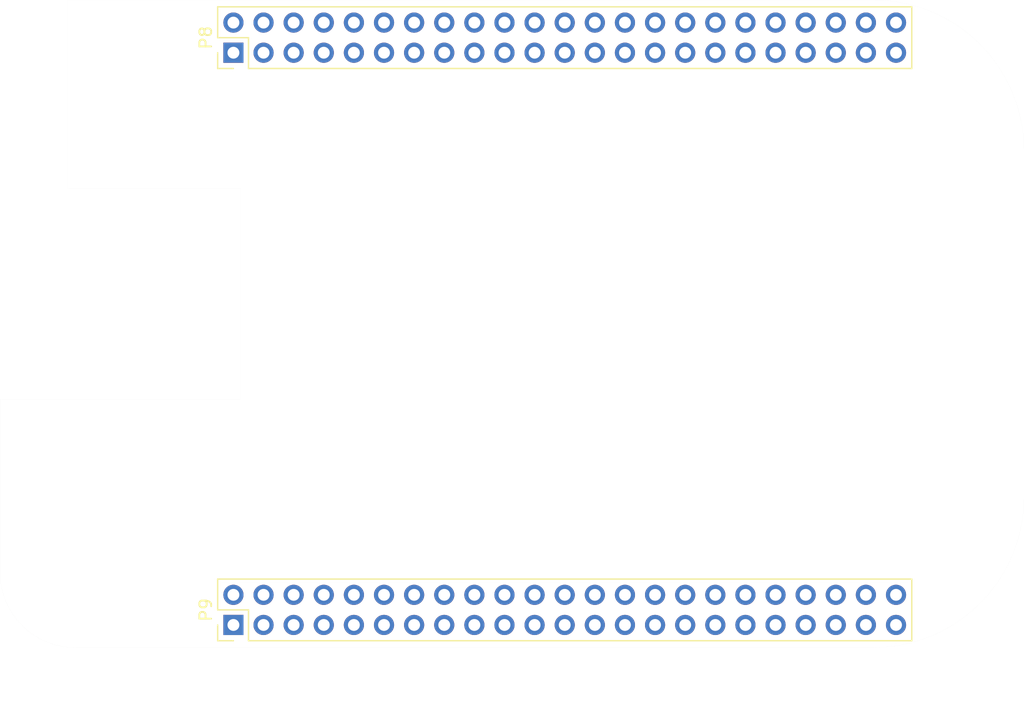
<source format=kicad_pcb>
(kicad_pcb (version 20221018) (generator pcbnew)
  (layers (0 "F.Cu" signal) (31 "B.Cu" signal) (34 "B.Paste" user) (35 "F.Paste" user) (36 "B.SilkS" user "B.Silkscreen") (37 "F.SilkS" user "F.Silkscreen") (38 "B.Mask" user) (39 "F.Mask" user) (44 "Edge.Cuts" user))
  (net 0 "")
  (net 1 "/SPI1.D0")
  (net 2 "/MMC1.DAT6")
  (net 3 "/MMC1.DAT7")
  (net 4 "/MMC1.DAT2")
  (net 5 "/MMC1.DAT3")
  (net 6 "/GPIO66")
  (net 7 "/GPIO67")
  (net 8 "/GPIO69")
  (net 9 "/GPIO68")
  (net 10 "/GPIO45")
  (net 11 "/GPIO44")
  (net 12 "/GPIO23")
  (net 13 "/GPIO26")
  (net 14 "/GPIO47")
  (net 15 "/GPIO46")
  (net 16 "/GPIO27")
  (net 17 "/LCD.AC_BIAS_E")
  (net 18 "/LCD.HSYNC")
  (net 19 "/GPIO65")
  (net 20 "/LCD.VSYNC")
  (net 21 "/LCD.PCLK")
  (net 22 "/GPIO22")
  (net 23 "/MMC1.DAT5")
  (net 24 "/MMC1.DAT4")
  (net 25 "/MMC1.DAT1")
  (net 26 "/MMC1.CLK")
  (net 27 "/MMC1.CMD")
  (net 28 "/MMC1.DAT0")
  (net 29 "/GPIO61")
  (net 30 "/LCD.DATA14")
  (net 31 "/LCD.DATA15")
  (net 32 "/LCD.DATA13")
  (net 33 "/LCD.DATA11")
  (net 34 "/LCD.DATA8")
  (net 35 "/LCD.DATA10")
  (net 36 "/LCD.DATA6")
  (net 37 "/LCD.DATA9")
  (net 38 "/LCD.DATA4")
  (net 39 "/LCD.DATA7")
  (net 40 "/LCD.DATA2")
  (net 41 "/LCD.DATA5")
  (net 42 "/LCD.DATA0")
  (net 43 "/LCD.DATA3")
  (net 44 "/LCD.DATA1")
  (net 45 "/GPIO30")
  (net 46 "/GPIO60")
  (net 47 "/GPIO31")
  (net 48 "/I2C2.SDA")
  (net 49 "/I2C2.SCL")
  (net 50 "GNDD")
  (net 51 "+3V3")
  (net 52 "+5V")
  (net 53 "/GPIO40")
  (net 54 "/GPIO48")
  (net 55 "/AIN1")
  (net 56 "/AIN0")
  (net 57 "/AIN3")
  (net 58 "/AIN2")
  (net 59 "/AIN5")
  (net 60 "/AIN6")
  (net 61 "GNDA")
  (net 62 "/AIN4")
  (net 63 "+1V8")
  (net 64 "/GPIO51")
  (net 65 "/GPIO4")
  (net 66 "/GPIO5")
  (net 67 "/GPIO3")
  (net 68 "/GPIO2")
  (net 69 "/GPIO49")
  (net 70 "/GPIO15")
  (net 71 "/GPIO117")
  (net 72 "/GPIO14")
  (net 73 "/GPIO125")
  (net 74 "/GPIO122")
  (net 75 "/GPIO20")
  (net 76 "/GPIO7")
  (net 77 "/~{SYS_RESET}")
  (net 78 "/PWR_BUT")
  (net 79 "VBUS")
  (net 80 "/SPI1.SCLK")
  (net 81 "/SPI1.CS0")
  (footprint "Connector_PinHeader_2.54mm:PinHeader_2x23_P2.54mm_Vertical" (layer "F.Cu") (at 119.685 49.835 90)
    (fp_text reference "P8" (at 1.27 -2.33 270) (layer "F.SilkS"))
    (fp_text value "BeagleBone_Black_Header" hide)
    (fp_line (start -1.33 -1.33) (end 0 -1.33) (stroke (width 0.12)) (layer "F.SilkS"))
    (fp_line (start -1.33 0) (end -1.33 -1.33) (stroke (width 0.12)) (layer "F.SilkS"))
    (fp_line (start -1.33 1.27) (end -1.33 57.21) (stroke (width 0.12)) (layer "F.SilkS"))
    (fp_line (start -1.33 1.27) (end 1.27 1.27) (stroke (width 0.12)) (layer "F.SilkS"))
    (fp_line (start -1.33 57.21) (end 3.87 57.21) (stroke (width 0.12)) (layer "F.SilkS"))
    (fp_line (start 1.27 -1.33) (end 3.87 -1.33) (stroke (width 0.12)) (layer "F.SilkS"))
    (fp_line (start 1.27 1.27) (end 1.27 -1.33) (stroke (width 0.12)) (layer "F.SilkS"))
    (fp_line (start 3.87 -1.33) (end 3.87 57.21) (stroke (width 0.12)) (layer "F.SilkS"))
    (pad "1" thru_hole rect locked (at 0 0 90) (size 1.7 1.7) (drill 1) (layers "*.Cu" "*.Mask") (net 50 "GNDD"))
    (pad "2" thru_hole oval locked (at 2.54 0 90) (size 1.7 1.7) (drill 1) (layers "*.Cu" "*.Mask") (net 50 "GNDD"))
    (pad "3" thru_hole oval locked (at 0 2.54 90) (size 1.7 1.7) (drill 1) (layers "*.Cu" "*.Mask") (net 2 "/MMC1.DAT6"))
    (pad "4" thru_hole oval locked (at 2.54 2.54 90) (size 1.7 1.7) (drill 1) (layers "*.Cu" "*.Mask") (net 3 "/MMC1.DAT7"))
    (pad "5" thru_hole oval locked (at 0 5.08 90) (size 1.7 1.7) (drill 1) (layers "*.Cu" "*.Mask") (net 4 "/MMC1.DAT2"))
    (pad "6" thru_hole oval locked (at 2.54 5.08 90) (size 1.7 1.7) (drill 1) (layers "*.Cu" "*.Mask") (net 5 "/MMC1.DAT3"))
    (pad "7" thru_hole oval locked (at 0 7.62 90) (size 1.7 1.7) (drill 1) (layers "*.Cu" "*.Mask") (net 6 "/GPIO66"))
    (pad "8" thru_hole oval locked (at 2.54 7.62 90) (size 1.7 1.7) (drill 1) (layers "*.Cu" "*.Mask") (net 7 "/GPIO67"))
    (pad "9" thru_hole oval locked (at 0 10.16 90) (size 1.7 1.7) (drill 1) (layers "*.Cu" "*.Mask") (net 8 "/GPIO69"))
    (pad "10" thru_hole oval locked (at 2.54 10.16 90) (size 1.7 1.7) (drill 1) (layers "*.Cu" "*.Mask") (net 9 "/GPIO68"))
    (pad "11" thru_hole oval locked (at 0 12.7 90) (size 1.7 1.7) (drill 1) (layers "*.Cu" "*.Mask") (net 10 "/GPIO45"))
    (pad "12" thru_hole oval locked (at 2.54 12.7 90) (size 1.7 1.7) (drill 1) (layers "*.Cu" "*.Mask") (net 11 "/GPIO44"))
    (pad "13" thru_hole oval locked (at 0 15.24 90) (size 1.7 1.7) (drill 1) (layers "*.Cu" "*.Mask") (net 12 "/GPIO23"))
    (pad "14" thru_hole oval locked (at 2.54 15.24 90) (size 1.7 1.7) (drill 1) (layers "*.Cu" "*.Mask") (net 13 "/GPIO26"))
    (pad "15" thru_hole oval locked (at 0 17.78 90) (size 1.7 1.7) (drill 1) (layers "*.Cu" "*.Mask") (net 14 "/GPIO47"))
    (pad "16" thru_hole oval locked (at 2.54 17.78 90) (size 1.7 1.7) (drill 1) (layers "*.Cu" "*.Mask") (net 15 "/GPIO46"))
    (pad "17" thru_hole oval locked (at 0 20.32 90) (size 1.7 1.7) (drill 1) (layers "*.Cu" "*.Mask") (net 16 "/GPIO27"))
    (pad "18" thru_hole oval locked (at 2.54 20.32 90) (size 1.7 1.7) (drill 1) (layers "*.Cu" "*.Mask") (net 19 "/GPIO65"))
    (pad "19" thru_hole oval locked (at 0 22.86 90) (size 1.7 1.7) (drill 1) (layers "*.Cu" "*.Mask") (net 22 "/GPIO22"))
    (pad "20" thru_hole oval locked (at 2.54 22.86 90) (size 1.7 1.7) (drill 1) (layers "*.Cu" "*.Mask") (net 27 "/MMC1.CMD"))
    (pad "21" thru_hole oval locked (at 0 25.4 90) (size 1.7 1.7) (drill 1) (layers "*.Cu" "*.Mask") (net 26 "/MMC1.CLK"))
    (pad "22" thru_hole oval locked (at 2.54 25.4 90) (size 1.7 1.7) (drill 1) (layers "*.Cu" "*.Mask") (net 23 "/MMC1.DAT5"))
    (pad "23" thru_hole oval locked (at 0 27.94 90) (size 1.7 1.7) (drill 1) (layers "*.Cu" "*.Mask") (net 24 "/MMC1.DAT4"))
    (pad "24" thru_hole oval locked (at 2.54 27.94 90) (size 1.7 1.7) (drill 1) (layers "*.Cu" "*.Mask") (net 25 "/MMC1.DAT1"))
    (pad "25" thru_hole oval locked (at 0 30.48 90) (size 1.7 1.7) (drill 1) (layers "*.Cu" "*.Mask") (net 28 "/MMC1.DAT0"))
    (pad "26" thru_hole oval locked (at 2.54 30.48 90) (size 1.7 1.7) (drill 1) (layers "*.Cu" "*.Mask") (net 21 "/LCD.PCLK"))
    (pad "27" thru_hole oval locked (at 0 33.02 90) (size 1.7 1.7) (drill 1) (layers "*.Cu" "*.Mask") (net 20 "/LCD.VSYNC"))
    (pad "28" thru_hole oval locked (at 2.54 33.02 90) (size 1.7 1.7) (drill 1) (layers "*.Cu" "*.Mask") (net 29 "/GPIO61"))
    (pad "29" thru_hole oval locked (at 0 35.56 90) (size 1.7 1.7) (drill 1) (layers "*.Cu" "*.Mask") (net 18 "/LCD.HSYNC"))
    (pad "30" thru_hole oval locked (at 2.54 35.56 90) (size 1.7 1.7) (drill 1) (layers "*.Cu" "*.Mask") (net 17 "/LCD.AC_BIAS_E"))
    (pad "31" thru_hole oval locked (at 0 38.1 90) (size 1.7 1.7) (drill 1) (layers "*.Cu" "*.Mask") (net 30 "/LCD.DATA14"))
    (pad "32" thru_hole oval locked (at 2.54 38.1 90) (size 1.7 1.7) (drill 1) (layers "*.Cu" "*.Mask") (net 31 "/LCD.DATA15"))
    (pad "33" thru_hole oval locked (at 0 40.64 90) (size 1.7 1.7) (drill 1) (layers "*.Cu" "*.Mask") (net 32 "/LCD.DATA13"))
    (pad "34" thru_hole oval locked (at 2.54 40.64 90) (size 1.7 1.7) (drill 1) (layers "*.Cu" "*.Mask") (net 33 "/LCD.DATA11"))
    (pad "35" thru_hole oval locked (at 0 43.18 90) (size 1.7 1.7) (drill 1) (layers "*.Cu" "*.Mask") (net 34 "/LCD.DATA8"))
    (pad "36" thru_hole oval locked (at 2.54 43.18 90) (size 1.7 1.7) (drill 1) (layers "*.Cu" "*.Mask") (net 35 "/LCD.DATA10"))
    (pad "37" thru_hole oval locked (at 0 45.72 90) (size 1.7 1.7) (drill 1) (layers "*.Cu" "*.Mask") (net 36 "/LCD.DATA6"))
    (pad "38" thru_hole oval locked (at 2.54 45.72 90) (size 1.7 1.7) (drill 1) (layers "*.Cu" "*.Mask") (net 37 "/LCD.DATA9"))
    (pad "39" thru_hole oval locked (at 0 48.26 90) (size 1.7 1.7) (drill 1) (layers "*.Cu" "*.Mask") (net 38 "/LCD.DATA4"))
    (pad "40" thru_hole oval locked (at 2.54 48.26 90) (size 1.7 1.7) (drill 1) (layers "*.Cu" "*.Mask") (net 39 "/LCD.DATA7"))
    (pad "41" thru_hole oval locked (at 0 50.8 90) (size 1.7 1.7) (drill 1) (layers "*.Cu" "*.Mask") (net 40 "/LCD.DATA2"))
    (pad "42" thru_hole oval locked (at 2.54 50.8 90) (size 1.7 1.7) (drill 1) (layers "*.Cu" "*.Mask") (net 41 "/LCD.DATA5"))
    (pad "43" thru_hole oval locked (at 0 53.34 90) (size 1.7 1.7) (drill 1) (layers "*.Cu" "*.Mask") (net 42 "/LCD.DATA0"))
    (pad "44" thru_hole oval locked (at 2.54 53.34 90) (size 1.7 1.7) (drill 1) (layers "*.Cu" "*.Mask") (net 43 "/LCD.DATA3"))
    (pad "45" thru_hole oval locked (at 0 55.88 90) (size 1.7 1.7) (drill 1) (layers "*.Cu" "*.Mask") (net 50 "GNDD"))
    (pad "46" thru_hole oval locked (at 2.54 55.88 90) (size 1.7 1.7) (drill 1) (layers "*.Cu" "*.Mask") (net 44 "/LCD.DATA1"))
  )
  (footprint "Connector_PinHeader_2.54mm:PinHeader_2x23_P2.54mm_Vertical" (layer "F.Cu") (at 119.685 98.095 90)
    (fp_text reference "P9" (at 1.27 -2.33 270) (layer "F.SilkS"))
    (fp_text value "BeagleBone_Black_Header" hide)
    (fp_line (start -1.33 -1.33) (end 0 -1.33) (stroke (width 0.12)) (layer "F.SilkS"))
    (fp_line (start -1.33 0) (end -1.33 -1.33) (stroke (width 0.12)) (layer "F.SilkS"))
    (fp_line (start -1.33 1.27) (end -1.33 57.21) (stroke (width 0.12)) (layer "F.SilkS"))
    (fp_line (start -1.33 1.27) (end 1.27 1.27) (stroke (width 0.12)) (layer "F.SilkS"))
    (fp_line (start -1.33 57.21) (end 3.87 57.21) (stroke (width 0.12)) (layer "F.SilkS"))
    (fp_line (start 1.27 -1.33) (end 3.87 -1.33) (stroke (width 0.12)) (layer "F.SilkS"))
    (fp_line (start 1.27 1.27) (end 1.27 -1.33) (stroke (width 0.12)) (layer "F.SilkS"))
    (fp_line (start 3.87 -1.33) (end 3.87 57.21) (stroke (width 0.12)) (layer "F.SilkS"))
    (pad "1" thru_hole rect locked (at 0 0 90) (size 1.7 1.7) (drill 1) (layers "*.Cu" "*.Mask") (net 50 "GNDD"))
    (pad "2" thru_hole oval locked (at 2.54 0 90) (size 1.7 1.7) (drill 1) (layers "*.Cu" "*.Mask") (net 50 "GNDD"))
    (pad "3" thru_hole oval locked (at 0 2.54 90) (size 1.7 1.7) (drill 1) (layers "*.Cu" "*.Mask") (net 51 "+3V3"))
    (pad "4" thru_hole oval locked (at 2.54 2.54 90) (size 1.7 1.7) (drill 1) (layers "*.Cu" "*.Mask") (net 51 "+3V3"))
    (pad "5" thru_hole oval locked (at 0 5.08 90) (size 1.7 1.7) (drill 1) (layers "*.Cu" "*.Mask") (net 52 "+5V"))
    (pad "6" thru_hole oval locked (at 2.54 5.08 90) (size 1.7 1.7) (drill 1) (layers "*.Cu" "*.Mask") (net 52 "+5V"))
    (pad "7" thru_hole oval locked (at 0 7.62 90) (size 1.7 1.7) (drill 1) (layers "*.Cu" "*.Mask") (net 79 "VBUS"))
    (pad "8" thru_hole oval locked (at 2.54 7.62 90) (size 1.7 1.7) (drill 1) (layers "*.Cu" "*.Mask") (net 79 "VBUS"))
    (pad "9" thru_hole oval locked (at 0 10.16 90) (size 1.7 1.7) (drill 1) (layers "*.Cu" "*.Mask") (net 78 "/PWR_BUT"))
    (pad "10" thru_hole oval locked (at 2.54 10.16 90) (size 1.7 1.7) (drill 1) (layers "*.Cu" "*.Mask") (net 77 "/~{SYS_RESET}"))
    (pad "11" thru_hole oval locked (at 0 12.7 90) (size 1.7 1.7) (drill 1) (layers "*.Cu" "*.Mask") (net 45 "/GPIO30"))
    (pad "12" thru_hole oval locked (at 2.54 12.7 90) (size 1.7 1.7) (drill 1) (layers "*.Cu" "*.Mask") (net 46 "/GPIO60"))
    (pad "13" thru_hole oval locked (at 0 15.24 90) (size 1.7 1.7) (drill 1) (layers "*.Cu" "*.Mask") (net 47 "/GPIO31"))
    (pad "14" thru_hole oval locked (at 2.54 15.24 90) (size 1.7 1.7) (drill 1) (layers "*.Cu" "*.Mask") (net 53 "/GPIO40"))
    (pad "15" thru_hole oval locked (at 0 17.78 90) (size 1.7 1.7) (drill 1) (layers "*.Cu" "*.Mask") (net 54 "/GPIO48"))
    (pad "16" thru_hole oval locked (at 2.54 17.78 90) (size 1.7 1.7) (drill 1) (layers "*.Cu" "*.Mask") (net 64 "/GPIO51"))
    (pad "17" thru_hole oval locked (at 0 20.32 90) (size 1.7 1.7) (drill 1) (layers "*.Cu" "*.Mask") (net 65 "/GPIO4"))
    (pad "18" thru_hole oval locked (at 2.54 20.32 90) (size 1.7 1.7) (drill 1) (layers "*.Cu" "*.Mask") (net 66 "/GPIO5"))
    (pad "19" thru_hole oval locked (at 0 22.86 90) (size 1.7 1.7) (drill 1) (layers "*.Cu" "*.Mask") (net 49 "/I2C2.SCL"))
    (pad "20" thru_hole oval locked (at 2.54 22.86 90) (size 1.7 1.7) (drill 1) (layers "*.Cu" "*.Mask") (net 48 "/I2C2.SDA"))
    (pad "21" thru_hole oval locked (at 0 25.4 90) (size 1.7 1.7) (drill 1) (layers "*.Cu" "*.Mask") (net 67 "/GPIO3"))
    (pad "22" thru_hole oval locked (at 2.54 25.4 90) (size 1.7 1.7) (drill 1) (layers "*.Cu" "*.Mask") (net 68 "/GPIO2"))
    (pad "23" thru_hole oval locked (at 0 27.94 90) (size 1.7 1.7) (drill 1) (layers "*.Cu" "*.Mask") (net 69 "/GPIO49"))
    (pad "24" thru_hole oval locked (at 2.54 27.94 90) (size 1.7 1.7) (drill 1) (layers "*.Cu" "*.Mask") (net 70 "/GPIO15"))
    (pad "25" thru_hole oval locked (at 0 30.48 90) (size 1.7 1.7) (drill 1) (layers "*.Cu" "*.Mask") (net 71 "/GPIO117"))
    (pad "26" thru_hole oval locked (at 2.54 30.48 90) (size 1.7 1.7) (drill 1) (layers "*.Cu" "*.Mask") (net 72 "/GPIO14"))
    (pad "27" thru_hole oval locked (at 0 33.02 90) (size 1.7 1.7) (drill 1) (layers "*.Cu" "*.Mask") (net 73 "/GPIO125"))
    (pad "28" thru_hole oval locked (at 2.54 33.02 90) (size 1.7 1.7) (drill 1) (layers "*.Cu" "*.Mask") (net 81 "/SPI1.CS0"))
    (pad "29" thru_hole oval locked (at 0 35.56 90) (size 1.7 1.7) (drill 1) (layers "*.Cu" "*.Mask") (net 1 "/SPI1.D0"))
    (pad "30" thru_hole oval locked (at 2.54 35.56 90) (size 1.7 1.7) (drill 1) (layers "*.Cu" "*.Mask") (net 74 "/GPIO122"))
    (pad "31" thru_hole oval locked (at 0 38.1 90) (size 1.7 1.7) (drill 1) (layers "*.Cu" "*.Mask") (net 80 "/SPI1.SCLK"))
    (pad "32" thru_hole oval locked (at 2.54 38.1 90) (size 1.7 1.7) (drill 1) (layers "*.Cu" "*.Mask") (net 63 "+1V8"))
    (pad "33" thru_hole oval locked (at 0 40.64 90) (size 1.7 1.7) (drill 1) (layers "*.Cu" "*.Mask") (net 62 "/AIN4"))
    (pad "34" thru_hole oval locked (at 2.54 40.64 90) (size 1.7 1.7) (drill 1) (layers "*.Cu" "*.Mask") (net 61 "GNDA"))
    (pad "35" thru_hole oval locked (at 0 43.18 90) (size 1.7 1.7) (drill 1) (layers "*.Cu" "*.Mask") (net 60 "/AIN6"))
    (pad "36" thru_hole oval locked (at 2.54 43.18 90) (size 1.7 1.7) (drill 1) (layers "*.Cu" "*.Mask") (net 59 "/AIN5"))
    (pad "37" thru_hole oval locked (at 0 45.72 90) (size 1.7 1.7) (drill 1) (layers "*.Cu" "*.Mask") (net 58 "/AIN2"))
    (pad "38" thru_hole oval locked (at 2.54 45.72 90) (size 1.7 1.7) (drill 1) (layers "*.Cu" "*.Mask") (net 57 "/AIN3"))
    (pad "39" thru_hole oval locked (at 0 48.26 90) (size 1.7 1.7) (drill 1) (layers "*.Cu" "*.Mask") (net 56 "/AIN0"))
    (pad "40" thru_hole oval locked (at 2.54 48.26 90) (size 1.7 1.7) (drill 1) (layers "*.Cu" "*.Mask") (net 55 "/AIN1"))
    (pad "41" thru_hole oval locked (at 0 50.8 90) (size 1.7 1.7) (drill 1) (layers "*.Cu" "*.Mask") (net 75 "/GPIO20"))
    (pad "42" thru_hole oval locked (at 2.54 50.8 90) (size 1.7 1.7) (drill 1) (layers "*.Cu" "*.Mask") (net 76 "/GPIO7"))
    (pad "43" thru_hole oval locked (at 0 53.34 90) (size 1.7 1.7) (drill 1) (layers "*.Cu" "*.Mask") (net 50 "GNDD"))
    (pad "44" thru_hole oval locked (at 2.54 53.34 90) (size 1.7 1.7) (drill 1) (layers "*.Cu" "*.Mask") (net 50 "GNDD"))
    (pad "45" thru_hole oval locked (at 0 55.88 90) (size 1.7 1.7) (drill 1) (layers "*.Cu" "*.Mask") (net 50 "GNDD"))
    (pad "46" thru_hole oval locked (at 2.54 55.88 90) (size 1.7 1.7) (drill 1) (layers "*.Cu" "*.Mask") (net 50 "GNDD"))
  )
  (footprint "MountingHole:MountingHole_3.2mm_M3_DIN965" (layer "F.Cu") (at 180.645 51.74)
    (fp_text reference "MH3" hide)
    (fp_text value "MountingHole_3.2mm_M3_DIN965" hide)
    (pad "" np_thru_hole circle locked (at 0 0) (size 3.2 3.2) (drill 3.2) (layers "*.Cu" "*.Mask"))
  )
  (footprint "MountingHole:MountingHole_3.2mm_M3_DIN965" (layer "F.Cu") (at 180.645 93.65)
    (fp_text reference "MH4" hide)
    (fp_text value "MountingHole_3.2mm_M3_DIN965" hide)
    (pad "" np_thru_hole circle locked (at 0 0) (size 3.2 3.2) (drill 3.2) (layers "*.Cu" "*.Mask"))
  )
  (footprint "MountingHole:MountingHole_3.2mm_M3_DIN965" (layer "F.Cu") (at 114.605 48.565)
    (fp_text reference "MH1" hide)
    (fp_text value "MountingHole_3.2mm_M3_DIN965" hide)
    (pad "" np_thru_hole circle locked (at 0 0) (size 3.2 3.2) (drill 3.2) (layers "*.Cu" "*.Mask"))
  )
  (footprint "MountingHole:MountingHole_3.2mm_M3_DIN965" (layer "F.Cu") (at 114.605 96.825)
    (fp_text reference "MH2" hide)
    (fp_text value "MountingHole_3.2mm_M3_DIN965" hide)
    (pad "" np_thru_hole circle locked (at 0 0) (size 3.2 3.2) (drill 3.2) (layers "*.Cu" "*.Mask"))
  )
  (gr_arc locked (start 106.35 100) (mid 101.859872 98.140128) (end 100 93.65) (stroke (width 0.00254)) (layer "Edge.Cuts"))
  (gr_line locked (start 186.36 87.3) (end 186.36 58.09) (stroke (width 0.00254)) (layer "Edge.Cuts"))
  (gr_line locked (start 106.35 100) (end 173.66 100) (stroke (width 0.00254)) (layer "Edge.Cuts"))
  (gr_line locked (start 120.32 79.045) (end 100 79.045) (stroke (width 0.00254)) (layer "Edge.Cuts"))
  (gr_line locked (start 105.715 45.39) (end 105.715 61.265) (stroke (width 0.00254)) (layer "Edge.Cuts"))
  (gr_line locked (start 100 79.045) (end 100 93.65) (stroke (width 0.00254)) (layer "Edge.Cuts"))
  (gr_line locked (start 173.66 45.39) (end 105.715 45.39) (stroke (width 0.00254)) (layer "Edge.Cuts"))
  (gr_arc locked (start 186.36 87.3) (mid 182.640256 96.280256) (end 173.66 100) (stroke (width 0.00254)) (layer "Edge.Cuts"))
  (gr_arc locked (start 173.66 45.39) (mid 182.640256 49.109744) (end 186.36 58.09) (stroke (width 0.00254)) (layer "Edge.Cuts"))
  (gr_line locked (start 120.32 61.265) (end 120.32 79.045) (stroke (width 0.00254)) (layer "Edge.Cuts"))
  (gr_line locked (start 105.715 61.265) (end 120.32 61.265) (stroke (width 0.00254)) (layer "Edge.Cuts"))
)
</source>
